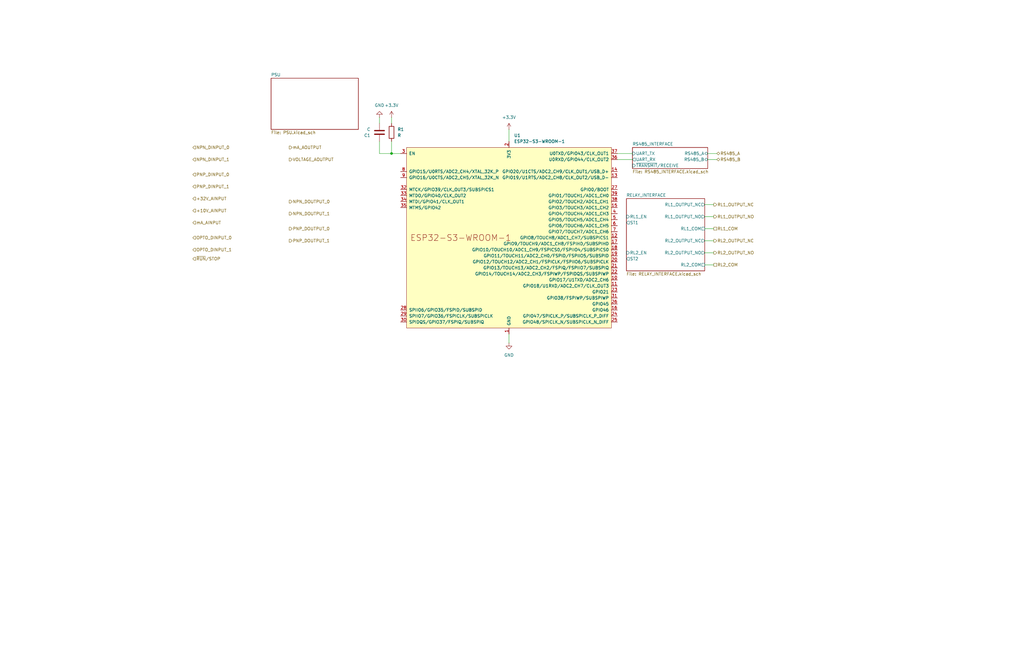
<source format=kicad_sch>
(kicad_sch (version 20250114) (generator "eeschema") (generator_version "9.0")
  (paper "USLedger")
  (title_block (title "NIVARA") (date "2025-06-13") (rev "1.0") (company "ELECTIVA ITLA"))
  (lib_symbols
    (symbol "Device:C" (pin_numbers (hide yes)) (pin_names (offset 0.254))
      (property "Reference" "C" (at 0.635 2.54 0))
      (property "Value" "C" (at 0.635 -2.54 0))
      (symbol "C_0_1"
        (polyline (pts (xy -2.032 0.762) (xy 2.032 0.762)) (stroke (width 0.508)))
        (polyline (pts (xy -2.032 -0.762) (xy 2.032 -0.762)) (stroke (width 0.508)))
      )
      (symbol "C_1_1"
        (pin passive line (at 0 3.81 270) (length 2.794) (name "~") (number "1"))
        (pin passive line (at 0 -3.81 90) (length 2.794) (name "~") (number "2"))
      )
    )
    (symbol "Device:R" (pin_numbers (hide yes)) (pin_names (offset 0))
      (property "Reference" "R" (at 2.032 0 90))
      (property "Value" "R" (at 0 0 90))
      (symbol "R_0_1"
        (rectangle (start -1.016 -2.54) (end 1.016 2.54) (stroke (width 0.254)))
      )
      (symbol "R_1_1"
        (pin passive line (at 0 3.81 270) (length 1.27) (name "~") (number "1"))
        (pin passive line (at 0 -3.81 90) (length 1.27) (name "~") (number "2"))
      )
    )
    (symbol "PCM_Espressif:ESP32-S3-WROOM-1" (pin_names (offset 1.016))
      (property "Reference" "U" (at -43.18 43.18 0))
      (property "Value" "ESP32-S3-WROOM-1" (at -43.18 40.64 0))
      (symbol "ESP32-S3-WROOM-1_0_0"
        (text "ESP32-S3-WROOM-1" (at -20.32 0 0) (effects (font (size 2.54 2.54))))
        (pin input line (at -45.72 35.56 0) (length 2.54) (name "EN") (number "3"))
        (pin bidirectional line (at -45.72 27.94 0) (length 2.54) (name "GPIO15/U0RTS/ADC2_CH4/XTAL_32K_P") (number "8"))
        (pin bidirectional line (at -45.72 25.4 0) (length 2.54) (name "GPIO16/U0CTS/ADC2_CH5/XTAL_32K_N") (number "9"))
        (pin bidirectional line (at -45.72 20.32 0) (length 2.54) (name "MTCK/GPIO39/CLK_OUT3/SUBSPICS1") (number "32"))
        (pin bidirectional line (at -45.72 17.78 0) (length 2.54) (name "MTDO/GPIO40/CLK_OUT2") (number "33"))
        (pin bidirectional line (at -45.72 15.24 0) (length 2.54) (name "MTDI/GPIO41/CLK_OUT1") (number "34"))
        (pin bidirectional line (at -45.72 12.7 0) (length 2.54) (name "MTMS/GPIO42") (number "35"))
        (pin bidirectional line (at -45.72 -30.48 0) (length 2.54) (name "SPIIO6/GPIO35/FSPID/SUBSPID") (number "28"))
        (pin bidirectional line (at -45.72 -33.02 0) (length 2.54) (name "SPIIO7/GPIO36/FSPICLK/SUBSPICLK") (number "29"))
        (pin bidirectional line (at -45.72 -35.56 0) (length 2.54) (name "SPIDQS/GPIO37/FSPIQ/SUBSPIQ") (number "30"))
        (pin power_in line (at 0 40.64 270) (length 2.54) (name "3V3") (number "2"))
        (pin power_in line (at 0 -40.64 90) (length 2.54) (name "GND") (number "1"))
        (pin passive line (at 0 -40.64 90) (length 2.54) (hide yes) (name "GND") (number "40"))
        (pin passive line (at 0 -40.64 90) (length 2.54) (hide yes) (name "GND") (number "41"))
        (pin bidirectional line (at 45.72 35.56 180) (length 2.54) (name "U0TXD/GPIO43/CLK_OUT1") (number "37"))
        (pin bidirectional line (at 45.72 33.02 180) (length 2.54) (name "U0RXD/GPIO44/CLK_OUT2") (number "36"))
        (pin bidirectional line (at 45.72 27.94 180) (length 2.54) (name "GPIO20/U1CTS/ADC2_CH9/CLK_OUT1/USB_D+") (number "14"))
        (pin bidirectional line (at 45.72 25.4 180) (length 2.54) (name "GPIO19/U1RTS/ADC2_CH8/CLK_OUT2/USB_D-") (number "13"))
        (pin bidirectional line (at 45.72 20.32 180) (length 2.54) (name "GPIO0/BOOT") (number "27"))
        (pin bidirectional line (at 45.72 17.78 180) (length 2.54) (name "GPIO1/TOUCH1/ADC1_CH0") (number "39"))
        (pin bidirectional line (at 45.72 15.24 180) (length 2.54) (name "GPIO2/TOUCH2/ADC1_CH1") (number "38"))
        (pin bidirectional line (at 45.72 12.7 180) (length 2.54) (name "GPIO3/TOUCH3/ADC1_CH2") (number "15"))
        (pin bidirectional line (at 45.72 10.16 180) (length 2.54) (name "GPIO4/TOUCH4/ADC1_CH3") (number "4"))
        (pin bidirectional line (at 45.72 7.62 180) (length 2.54) (name "GPIO5/TOUCH5/ADC1_CH4") (number "5"))
        (pin bidirectional line (at 45.72 5.08 180) (length 2.54) (name "GPIO6/TOUCH6/ADC1_CH5") (number "6"))
        (pin bidirectional line (at 45.72 2.54 180) (length 2.54) (name "GPIO7/TOUCH7/ADC1_CH6") (number "7"))
        (pin bidirectional line (at 45.72 0 180) (length 2.54) (name "GPIO8/TOUCH8/ADC1_CH7/SUBSPICS1") (number "12"))
        (pin bidirectional line (at 45.72 -2.54 180) (length 2.54) (name "GPIO9/TOUCH9/ADC1_CH8/FSPIHD/SUBSPIHD") (number "17"))
        (pin bidirectional line (at 45.72 -5.08 180) (length 2.54) (name "GPIO10/TOUCH10/ADC1_CH9/FSPICS0/FSPIIO4/SUBSPICS0") (number "18"))
        (pin bidirectional line (at 45.72 -7.62 180) (length 2.54) (name "GPIO11/TOUCH11/ADC2_CH0/FSPID/FSPIIO5/SUBSPID") (number "19"))
        (pin bidirectional line (at 45.72 -10.16 180) (length 2.54) (name "GPIO12/TOUCH12/ADC2_CH1/FSPICLK/FSPIIO6/SUBSPICLK") (number "20"))
        (pin bidirectional line (at 45.72 -12.7 180) (length 2.54) (name "GPIO13/TOUCH13/ADC2_CH2/FSPIQ/FSPIIO7/SUBSPIQ") (number "21"))
        (pin bidirectional line (at 45.72 -15.24 180) (length 2.54) (name "GPIO14/TOUCH14/ADC2_CH3/FSPIWP/FSPIDQS/SUBSPIWP") (number "22"))
        (pin bidirectional line (at 45.72 -17.78 180) (length 2.54) (name "GPIO17/U1TXD/ADC2_CH6") (number "10"))
        (pin bidirectional line (at 45.72 -20.32 180) (length 2.54) (name "GPIO18/U1RXD/ADC2_CH7/CLK_OUT3") (number "11"))
        (pin bidirectional line (at 45.72 -22.86 180) (length 2.54) (name "GPIO21") (number "23"))
        (pin bidirectional line (at 45.72 -25.4 180) (length 2.54) (name "GPIO38/FSPIWP/SUBSPIWP") (number "31"))
        (pin bidirectional line (at 45.72 -27.94 180) (length 2.54) (name "GPIO45") (number "26"))
        (pin bidirectional line (at 45.72 -30.48 180) (length 2.54) (name "GPIO46") (number "16"))
        (pin bidirectional line (at 45.72 -33.02 180) (length 2.54) (name "GPIO47/SPICLK_P/SUBSPICLK_P_DIFF") (number "24"))
        (pin bidirectional line (at 45.72 -35.56 180) (length 2.54) (name "GPIO48/SPICLK_N/SUBSPICLK_N_DIFF") (number "25"))
      )
      (symbol "ESP32-S3-WROOM-1_0_1"
        (rectangle (start -43.18 38.1) (end 43.18 -38.1) (fill (type background)))
      )
    )
    (symbol "power:+3.3V" (power) (pin_numbers (hide yes)) (pin_names (offset 0) (hide yes))
      (property "Value" "+3.3V" (at 0 3.556 0))
      (symbol "+3.3V_0_1"
        (polyline (pts (xy -0.762 1.27) (xy 0 2.54)))
        (polyline (pts (xy 0 2.54) (xy 0.762 1.27)))
        (polyline (pts (xy 0 0) (xy 0 2.54)))
      )
      (symbol "+3.3V_1_1"
        (pin power_in line (at 0 0 90) (length 0) (name "~") (number "1"))
      )
    )
    (symbol "power:GND" (power) (pin_numbers (hide yes)) (pin_names (offset 0) (hide yes))
      (property "Value" "GND" (at 0 -3.81 0))
      (symbol "GND_0_1"
        (polyline (pts (xy 0 0) (xy 0 -1.27) (xy 1.27 -1.27) (xy 0 -2.54) (xy -1.27 -1.27) (xy 0 -1.27)))
      )
      (symbol "GND_1_1"
        (pin power_in line (at 0 0 270) (length 0) (name "~") (number "1"))
      )
    )
  )
  (junction (at 165.1 64.77))
  (wire (pts (xy 214.63 54.61) (xy 214.63 59.69)))
  (wire (pts (xy 160.02 59.69) (xy 160.02 64.77)))
  (wire (pts (xy 165.1 59.69) (xy 165.1 64.77)))
  (wire (pts (xy 168.91 64.77) (xy 165.1 64.77)))
  (wire (pts (xy 297.18 106.68) (xy 300.99 106.68)))
  (wire (pts (xy 165.1 49.53) (xy 165.1 52.07)))
  (wire (pts (xy 260.35 64.77) (xy 266.7 64.77)))
  (wire (pts (xy 298.45 64.77) (xy 302.26 64.77)))
  (wire (pts (xy 297.18 96.52) (xy 300.99 96.52)))
  (wire (pts (xy 160.02 64.77) (xy 165.1 64.77)))
  (wire (pts (xy 214.63 140.97) (xy 214.63 144.78)))
  (wire (pts (xy 297.18 86.36) (xy 300.99 86.36)))
  (wire (pts (xy 298.45 67.31) (xy 302.26 67.31)))
  (wire (pts (xy 160.02 49.53) (xy 160.02 52.07)))
  (wire (pts (xy 297.18 91.44) (xy 300.99 91.44)))
  (wire (pts (xy 297.18 111.76) (xy 300.99 111.76)))
  (wire (pts (xy 260.35 67.31) (xy 266.7 67.31)))
  (wire (pts (xy 297.18 101.6) (xy 300.99 101.6)))
  (hierarchical_label "OPTO_DINPUT_1" (shape input) (at 81.28 105.41 0))
  (hierarchical_label "NPN_DINPUT_1" (shape input) (at 81.28 67.31 0))
  (hierarchical_label "PNP_DOUTPUT_1" (shape output) (at 121.92 101.6 0))
  (hierarchical_label "+10V_AINPUT" (shape input) (at 81.28 88.9 0))
  (hierarchical_label "~{RUN}{slash}STOP" (shape input) (at 81.28 109.22 0))
  (hierarchical_label "NPN_DINPUT_0" (shape input) (at 81.28 62.23 0))
  (hierarchical_label "PNP_DOUTPUT_0" (shape output) (at 121.92 96.52 0))
  (hierarchical_label "RL1_OUTPUT_NC" (shape output) (at 300.99 86.36 0))
  (hierarchical_label "PNP_DINPUT_0" (shape input) (at 81.28 73.66 0))
  (hierarchical_label "RS485_A" (shape bidirectional) (at 302.26 64.77 0))
  (hierarchical_label "RL1_OUTPUT_NO" (shape output) (at 300.99 91.44 0))
  (hierarchical_label "OPTO_DINPUT_0" (shape input) (at 81.28 100.33 0))
  (hierarchical_label "PNP_DINPUT_1" (shape input) (at 81.28 78.74 0))
  (hierarchical_label "RL2_COM" (shape passive) (at 300.99 111.76 0))
  (hierarchical_label "VOLTAGE_AOUTPUT" (shape output) (at 121.92 67.31 0))
  (hierarchical_label "RL1_COM" (shape passive) (at 300.99 96.52 0))
  (hierarchical_label "RS485_B" (shape bidirectional) (at 302.26 67.31 0))
  (hierarchical_label "NPN_DOUTPUT_0" (shape output) (at 121.92 85.09 0))
  (hierarchical_label "RL2_OUTPUT_NO" (shape output) (at 300.99 106.68 0))
  (hierarchical_label "mA_AINPUT" (shape input) (at 81.28 93.98 0))
  (hierarchical_label "NPN_DOUTPUT_1" (shape output) (at 121.92 90.17 0))
  (hierarchical_label "RL2_OUTPUT_NC" (shape output) (at 300.99 101.6 0))
  (hierarchical_label "+32V_AINPUT" (shape input) (at 81.28 83.82 0))
  (hierarchical_label "mA_AOUTPUT" (shape output) (at 121.92 62.23 0))
  (symbol (lib_id "power:GND") (at 160.02 49.53 180) (unit 1)
    (property "Reference" "#PWR011" (effects (hide yes)))
    (property "Value" "GND" (at 160.02 44.45 0))
    (property "Description" "Power symbol creates a global label with name \"GND\" , ground" (effects (hide yes)))
  )
  (symbol (lib_id "Device:R") (at 165.1 55.88 0) (unit 1)
    (property "Reference" "R1" (at 167.64 54.6099 0) (effects (justify left)))
    (property "Value" "R" (at 167.64 57.1499 0) (effects (justify left)))
    (property "Description" "Resistor" (effects (hide yes)))
  )
  (symbol (lib_id "power:GND") (at 214.63 144.78 0) (unit 1)
    (property "Reference" "#PWR09" (effects (hide yes)))
    (property "Value" "GND" (at 214.63 149.86 0))
    (property "Description" "Power symbol creates a global label with name \"GND\" , ground" (effects (hide yes)))
  )
  (symbol (lib_id "Device:C") (at 160.02 55.88 0) (mirror x) (unit 1)
    (property "Reference" "C1" (at 156.21 57.1501 0) (effects (justify right)))
    (property "Value" "C" (at 156.21 54.6101 0) (effects (justify right)))
    (property "Description" "Unpolarized capacitor" (effects (hide yes)))
  )
  (symbol (lib_id "power:+3.3V") (at 214.63 54.61 0) (unit 1)
    (property "Reference" "#PWR08" (effects (hide yes)))
    (property "Value" "+3.3V" (at 214.63 49.53 0))
    (property "Description" "Power symbol creates a global label with name \"+3.3V\"" (effects (hide yes)))
  )
  (symbol (lib_id "PCM_Espressif:ESP32-S3-WROOM-1") (at 214.63 100.33 0) (unit 1)
    (property "Reference" "U1" (at 216.7733 57.15 0) (effects (justify left)))
    (property "Value" "ESP32-S3-WROOM-1" (at 216.7733 59.69 0) (effects (justify left)))
    (property "Footprint" "PCM_Espressif:ESP32-S3-WROOM-1" (effects (hide yes)))
    (property "Datasheet" "https://www.espressif.com/sites/default/files/documentation/esp32-s3-wroom-1_wroom-1u_datasheet_en.pdf" (effects (hide yes)))
    (property "Description" "2.4 GHz WiFi (802.11 b/g/n) and Bluetooth ® 5 (LE) module Built around ESP32S3 series of SoCs, Xtensa ® dualcore 32bit LX7 microprocessor Flash up to 16 MB, PSRAM up to 8 MB 36 GPIOs, rich set of peripherals Onboard PCB antenna" (effects (hide yes)))
  )
  (symbol (lib_id "power:+3.3V") (at 165.1 49.53 0) (unit 1)
    (property "Reference" "#PWR010" (effects (hide yes)))
    (property "Value" "+3.3V" (at 165.1 44.45 0))
    (property "Description" "Power symbol creates a global label with name \"+3.3V\"" (effects (hide yes)))
  )
  (sheet (at 266.7 62.23) (size 31.75 8.89) (stroke (width 0.1524))
    (property "Sheetname" "RS485_INTERFACE" (at 266.7 61.5184 0) (effects (justify left bottom)))
    (property "Sheetfile" "RS485_INTERFACE.kicad_sch" (at 266.7 71.7046 0) (effects (justify left top)))
    (pin "RS485_A" bidirectional (at 298.45 64.77 0))
    (pin "RS485_B" bidirectional (at 298.45 67.31 0))
    (pin "UART_TX" input (at 266.7 64.77 180))
    (pin "UART_RX" output (at 266.7 67.31 180))
    (pin "~{TRANSMIT}{slash}RECEIVE" input (at 266.7 69.85 180))
  )
  (sheet (at 264.16 83.82) (size 33.02 30.48) (stroke (width 0.1524))
    (property "Sheetname" "RELAY_INTERFACE" (at 264.16 83.1084 0) (effects (justify left bottom)))
    (property "Sheetfile" "RELAY_INTERFACE.kicad_sch" (at 264.16 114.8846 0) (effects (justify left top)))
    (pin "RL1_COM" passive (at 297.18 96.52 0))
    (pin "RL1_EN" input (at 264.16 91.44 180))
    (pin "RL1_OUTPUT_NC" output (at 297.18 86.36 0))
    (pin "RL1_OUTPUT_NO" output (at 297.18 91.44 0))
    (pin "RL2_COM" passive (at 297.18 111.76 0))
    (pin "RL2_EN" input (at 264.16 106.68 180))
    (pin "RL2_OUTPUT_NC" output (at 297.18 101.6 0))
    (pin "RL2_OUTPUT_NO" output (at 297.18 106.68 0))
    (pin "ST1" output (at 264.16 93.98 180))
    (pin "ST2" output (at 264.16 109.22 180))
  )
  (sheet (at 114.3 33.02) (size 36.83 21.59) (stroke (width 0.1524))
    (property "Sheetname" "PSU" (at 114.3 32.3084 0) (effects (justify left bottom)))
    (property "Sheetfile" "PSU.kicad_sch" (at 114.3 55.1946 0) (effects (justify left top)))
  )
)
</source>
